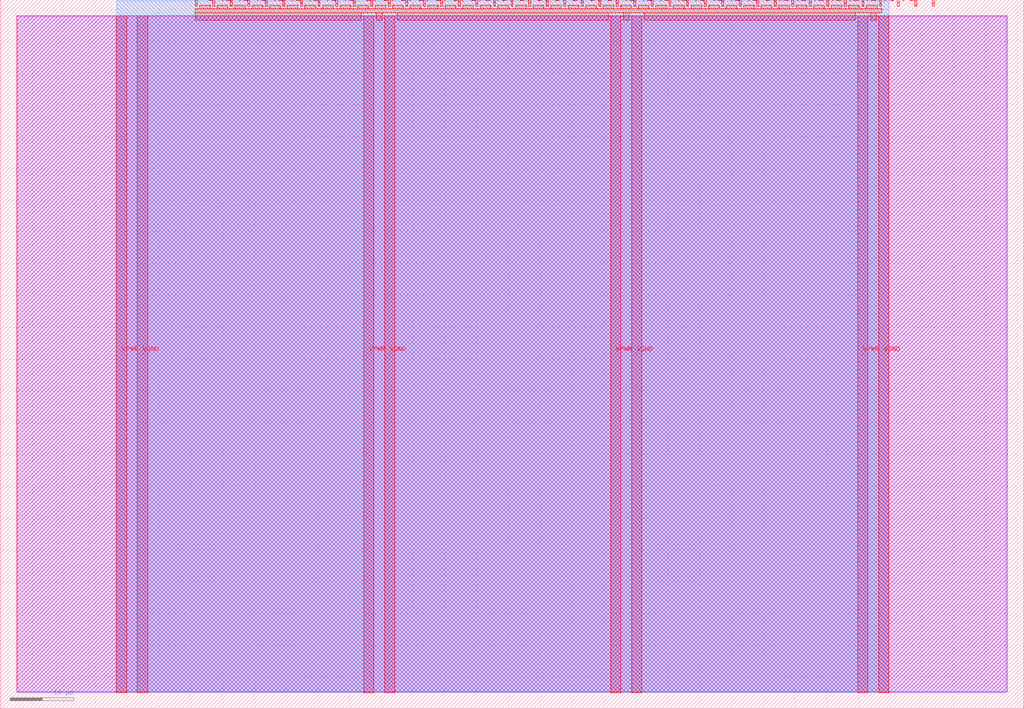
<source format=lef>
VERSION 5.7 ;
  NOWIREEXTENSIONATPIN ON ;
  DIVIDERCHAR "/" ;
  BUSBITCHARS "[]" ;
MACRO tt_um_wokwi_424253104999651329
  CLASS BLOCK ;
  FOREIGN tt_um_wokwi_424253104999651329 ;
  ORIGIN 0.000 0.000 ;
  SIZE 161.000 BY 111.520 ;
  PIN VGND
    DIRECTION INOUT ;
    USE GROUND ;
    PORT
      LAYER met4 ;
        RECT 21.580 2.480 23.180 109.040 ;
    END
    PORT
      LAYER met4 ;
        RECT 60.450 2.480 62.050 109.040 ;
    END
    PORT
      LAYER met4 ;
        RECT 99.320 2.480 100.920 109.040 ;
    END
    PORT
      LAYER met4 ;
        RECT 138.190 2.480 139.790 109.040 ;
    END
  END VGND
  PIN VPWR
    DIRECTION INOUT ;
    USE POWER ;
    PORT
      LAYER met4 ;
        RECT 18.280 2.480 19.880 109.040 ;
    END
    PORT
      LAYER met4 ;
        RECT 57.150 2.480 58.750 109.040 ;
    END
    PORT
      LAYER met4 ;
        RECT 96.020 2.480 97.620 109.040 ;
    END
    PORT
      LAYER met4 ;
        RECT 134.890 2.480 136.490 109.040 ;
    END
  END VPWR
  PIN clk
    DIRECTION INPUT ;
    USE SIGNAL ;
    PORT
      LAYER met4 ;
        RECT 143.830 110.520 144.130 111.520 ;
    END
  END clk
  PIN ena
    DIRECTION INPUT ;
    USE SIGNAL ;
    PORT
      LAYER met4 ;
        RECT 146.590 110.520 146.890 111.520 ;
    END
  END ena
  PIN rst_n
    DIRECTION INPUT ;
    USE SIGNAL ;
    PORT
      LAYER met4 ;
        RECT 141.070 110.520 141.370 111.520 ;
    END
  END rst_n
  PIN ui_in[0]
    DIRECTION INPUT ;
    USE SIGNAL ;
    ANTENNAGATEAREA 0.196500 ;
    PORT
      LAYER met4 ;
        RECT 138.310 110.520 138.610 111.520 ;
    END
  END ui_in[0]
  PIN ui_in[1]
    DIRECTION INPUT ;
    USE SIGNAL ;
    ANTENNAGATEAREA 0.196500 ;
    PORT
      LAYER met4 ;
        RECT 135.550 110.520 135.850 111.520 ;
    END
  END ui_in[1]
  PIN ui_in[2]
    DIRECTION INPUT ;
    USE SIGNAL ;
    PORT
      LAYER met4 ;
        RECT 132.790 110.520 133.090 111.520 ;
    END
  END ui_in[2]
  PIN ui_in[3]
    DIRECTION INPUT ;
    USE SIGNAL ;
    PORT
      LAYER met4 ;
        RECT 130.030 110.520 130.330 111.520 ;
    END
  END ui_in[3]
  PIN ui_in[4]
    DIRECTION INPUT ;
    USE SIGNAL ;
    PORT
      LAYER met4 ;
        RECT 127.270 110.520 127.570 111.520 ;
    END
  END ui_in[4]
  PIN ui_in[5]
    DIRECTION INPUT ;
    USE SIGNAL ;
    PORT
      LAYER met4 ;
        RECT 124.510 110.520 124.810 111.520 ;
    END
  END ui_in[5]
  PIN ui_in[6]
    DIRECTION INPUT ;
    USE SIGNAL ;
    PORT
      LAYER met4 ;
        RECT 121.750 110.520 122.050 111.520 ;
    END
  END ui_in[6]
  PIN ui_in[7]
    DIRECTION INPUT ;
    USE SIGNAL ;
    PORT
      LAYER met4 ;
        RECT 118.990 110.520 119.290 111.520 ;
    END
  END ui_in[7]
  PIN uio_in[0]
    DIRECTION INPUT ;
    USE SIGNAL ;
    PORT
      LAYER met4 ;
        RECT 116.230 110.520 116.530 111.520 ;
    END
  END uio_in[0]
  PIN uio_in[1]
    DIRECTION INPUT ;
    USE SIGNAL ;
    PORT
      LAYER met4 ;
        RECT 113.470 110.520 113.770 111.520 ;
    END
  END uio_in[1]
  PIN uio_in[2]
    DIRECTION INPUT ;
    USE SIGNAL ;
    PORT
      LAYER met4 ;
        RECT 110.710 110.520 111.010 111.520 ;
    END
  END uio_in[2]
  PIN uio_in[3]
    DIRECTION INPUT ;
    USE SIGNAL ;
    PORT
      LAYER met4 ;
        RECT 107.950 110.520 108.250 111.520 ;
    END
  END uio_in[3]
  PIN uio_in[4]
    DIRECTION INPUT ;
    USE SIGNAL ;
    PORT
      LAYER met4 ;
        RECT 105.190 110.520 105.490 111.520 ;
    END
  END uio_in[4]
  PIN uio_in[5]
    DIRECTION INPUT ;
    USE SIGNAL ;
    PORT
      LAYER met4 ;
        RECT 102.430 110.520 102.730 111.520 ;
    END
  END uio_in[5]
  PIN uio_in[6]
    DIRECTION INPUT ;
    USE SIGNAL ;
    PORT
      LAYER met4 ;
        RECT 99.670 110.520 99.970 111.520 ;
    END
  END uio_in[6]
  PIN uio_in[7]
    DIRECTION INPUT ;
    USE SIGNAL ;
    PORT
      LAYER met4 ;
        RECT 96.910 110.520 97.210 111.520 ;
    END
  END uio_in[7]
  PIN uio_oe[0]
    DIRECTION OUTPUT ;
    USE SIGNAL ;
    PORT
      LAYER met4 ;
        RECT 49.990 110.520 50.290 111.520 ;
    END
  END uio_oe[0]
  PIN uio_oe[1]
    DIRECTION OUTPUT ;
    USE SIGNAL ;
    PORT
      LAYER met4 ;
        RECT 47.230 110.520 47.530 111.520 ;
    END
  END uio_oe[1]
  PIN uio_oe[2]
    DIRECTION OUTPUT ;
    USE SIGNAL ;
    PORT
      LAYER met4 ;
        RECT 44.470 110.520 44.770 111.520 ;
    END
  END uio_oe[2]
  PIN uio_oe[3]
    DIRECTION OUTPUT ;
    USE SIGNAL ;
    PORT
      LAYER met4 ;
        RECT 41.710 110.520 42.010 111.520 ;
    END
  END uio_oe[3]
  PIN uio_oe[4]
    DIRECTION OUTPUT ;
    USE SIGNAL ;
    PORT
      LAYER met4 ;
        RECT 38.950 110.520 39.250 111.520 ;
    END
  END uio_oe[4]
  PIN uio_oe[5]
    DIRECTION OUTPUT ;
    USE SIGNAL ;
    PORT
      LAYER met4 ;
        RECT 36.190 110.520 36.490 111.520 ;
    END
  END uio_oe[5]
  PIN uio_oe[6]
    DIRECTION OUTPUT ;
    USE SIGNAL ;
    PORT
      LAYER met4 ;
        RECT 33.430 110.520 33.730 111.520 ;
    END
  END uio_oe[6]
  PIN uio_oe[7]
    DIRECTION OUTPUT ;
    USE SIGNAL ;
    PORT
      LAYER met4 ;
        RECT 30.670 110.520 30.970 111.520 ;
    END
  END uio_oe[7]
  PIN uio_out[0]
    DIRECTION OUTPUT ;
    USE SIGNAL ;
    PORT
      LAYER met4 ;
        RECT 72.070 110.520 72.370 111.520 ;
    END
  END uio_out[0]
  PIN uio_out[1]
    DIRECTION OUTPUT ;
    USE SIGNAL ;
    PORT
      LAYER met4 ;
        RECT 69.310 110.520 69.610 111.520 ;
    END
  END uio_out[1]
  PIN uio_out[2]
    DIRECTION OUTPUT ;
    USE SIGNAL ;
    PORT
      LAYER met4 ;
        RECT 66.550 110.520 66.850 111.520 ;
    END
  END uio_out[2]
  PIN uio_out[3]
    DIRECTION OUTPUT ;
    USE SIGNAL ;
    PORT
      LAYER met4 ;
        RECT 63.790 110.520 64.090 111.520 ;
    END
  END uio_out[3]
  PIN uio_out[4]
    DIRECTION OUTPUT ;
    USE SIGNAL ;
    PORT
      LAYER met4 ;
        RECT 61.030 110.520 61.330 111.520 ;
    END
  END uio_out[4]
  PIN uio_out[5]
    DIRECTION OUTPUT ;
    USE SIGNAL ;
    PORT
      LAYER met4 ;
        RECT 58.270 110.520 58.570 111.520 ;
    END
  END uio_out[5]
  PIN uio_out[6]
    DIRECTION OUTPUT ;
    USE SIGNAL ;
    PORT
      LAYER met4 ;
        RECT 55.510 110.520 55.810 111.520 ;
    END
  END uio_out[6]
  PIN uio_out[7]
    DIRECTION OUTPUT ;
    USE SIGNAL ;
    PORT
      LAYER met4 ;
        RECT 52.750 110.520 53.050 111.520 ;
    END
  END uio_out[7]
  PIN uo_out[0]
    DIRECTION OUTPUT ;
    USE SIGNAL ;
    ANTENNADIFFAREA 0.795200 ;
    PORT
      LAYER met4 ;
        RECT 94.150 110.520 94.450 111.520 ;
    END
  END uo_out[0]
  PIN uo_out[1]
    DIRECTION OUTPUT ;
    USE SIGNAL ;
    PORT
      LAYER met4 ;
        RECT 91.390 110.520 91.690 111.520 ;
    END
  END uo_out[1]
  PIN uo_out[2]
    DIRECTION OUTPUT ;
    USE SIGNAL ;
    PORT
      LAYER met4 ;
        RECT 88.630 110.520 88.930 111.520 ;
    END
  END uo_out[2]
  PIN uo_out[3]
    DIRECTION OUTPUT ;
    USE SIGNAL ;
    PORT
      LAYER met4 ;
        RECT 85.870 110.520 86.170 111.520 ;
    END
  END uo_out[3]
  PIN uo_out[4]
    DIRECTION OUTPUT ;
    USE SIGNAL ;
    PORT
      LAYER met4 ;
        RECT 83.110 110.520 83.410 111.520 ;
    END
  END uo_out[4]
  PIN uo_out[5]
    DIRECTION OUTPUT ;
    USE SIGNAL ;
    PORT
      LAYER met4 ;
        RECT 80.350 110.520 80.650 111.520 ;
    END
  END uo_out[5]
  PIN uo_out[6]
    DIRECTION OUTPUT ;
    USE SIGNAL ;
    PORT
      LAYER met4 ;
        RECT 77.590 110.520 77.890 111.520 ;
    END
  END uo_out[6]
  PIN uo_out[7]
    DIRECTION OUTPUT ;
    USE SIGNAL ;
    PORT
      LAYER met4 ;
        RECT 74.830 110.520 75.130 111.520 ;
    END
  END uo_out[7]
  OBS
      LAYER nwell ;
        RECT 2.570 2.635 158.430 108.990 ;
      LAYER li1 ;
        RECT 2.760 2.635 158.240 108.885 ;
      LAYER met1 ;
        RECT 2.760 2.480 158.240 109.040 ;
      LAYER met2 ;
        RECT 18.310 2.535 139.760 111.365 ;
      LAYER met3 ;
        RECT 18.290 2.555 139.780 111.345 ;
      LAYER met4 ;
        RECT 31.370 110.120 33.030 110.665 ;
        RECT 34.130 110.120 35.790 110.665 ;
        RECT 36.890 110.120 38.550 110.665 ;
        RECT 39.650 110.120 41.310 110.665 ;
        RECT 42.410 110.120 44.070 110.665 ;
        RECT 45.170 110.120 46.830 110.665 ;
        RECT 47.930 110.120 49.590 110.665 ;
        RECT 50.690 110.120 52.350 110.665 ;
        RECT 53.450 110.120 55.110 110.665 ;
        RECT 56.210 110.120 57.870 110.665 ;
        RECT 58.970 110.120 60.630 110.665 ;
        RECT 61.730 110.120 63.390 110.665 ;
        RECT 64.490 110.120 66.150 110.665 ;
        RECT 67.250 110.120 68.910 110.665 ;
        RECT 70.010 110.120 71.670 110.665 ;
        RECT 72.770 110.120 74.430 110.665 ;
        RECT 75.530 110.120 77.190 110.665 ;
        RECT 78.290 110.120 79.950 110.665 ;
        RECT 81.050 110.120 82.710 110.665 ;
        RECT 83.810 110.120 85.470 110.665 ;
        RECT 86.570 110.120 88.230 110.665 ;
        RECT 89.330 110.120 90.990 110.665 ;
        RECT 92.090 110.120 93.750 110.665 ;
        RECT 94.850 110.120 96.510 110.665 ;
        RECT 97.610 110.120 99.270 110.665 ;
        RECT 100.370 110.120 102.030 110.665 ;
        RECT 103.130 110.120 104.790 110.665 ;
        RECT 105.890 110.120 107.550 110.665 ;
        RECT 108.650 110.120 110.310 110.665 ;
        RECT 111.410 110.120 113.070 110.665 ;
        RECT 114.170 110.120 115.830 110.665 ;
        RECT 116.930 110.120 118.590 110.665 ;
        RECT 119.690 110.120 121.350 110.665 ;
        RECT 122.450 110.120 124.110 110.665 ;
        RECT 125.210 110.120 126.870 110.665 ;
        RECT 127.970 110.120 129.630 110.665 ;
        RECT 130.730 110.120 132.390 110.665 ;
        RECT 133.490 110.120 135.150 110.665 ;
        RECT 136.250 110.120 137.910 110.665 ;
        RECT 30.655 109.440 138.625 110.120 ;
        RECT 30.655 108.295 56.750 109.440 ;
        RECT 59.150 108.295 60.050 109.440 ;
        RECT 62.450 108.295 95.620 109.440 ;
        RECT 98.020 108.295 98.920 109.440 ;
        RECT 101.320 108.295 134.490 109.440 ;
        RECT 136.890 108.295 137.790 109.440 ;
  END
END tt_um_wokwi_424253104999651329
END LIBRARY


</source>
